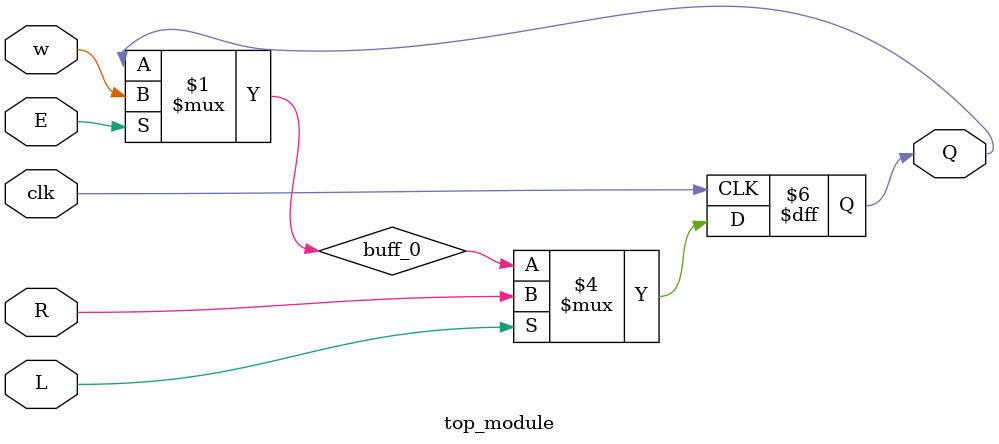
<source format=v>
module top_module (
    input clk,
    input w, R, E, L,
    output reg Q
);

    wire buff_0;
    assign buff_0 = E ? w : Q;
    
    always @(posedge clk)
        if(L)
            Q <= R;
    	else
            Q <= buff_0;
    
endmodule

</source>
